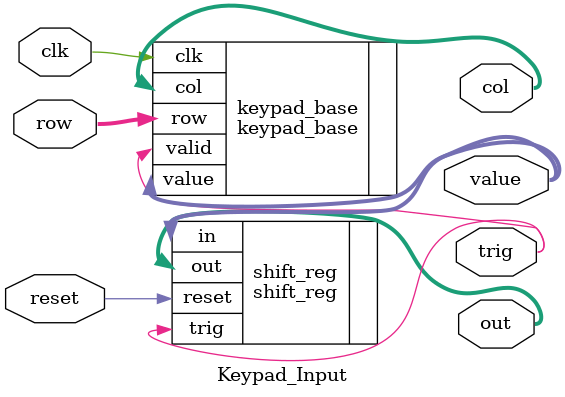
<source format=sv>
module Keypad_Input // Depends: keypad_base(clock_div, keypad_fsm, keypad_decoder), shift_reg
#( parameter DIGITS = 4
)
( input clk,
input reset,
input [3:0] row,
output [3:0] col,
output [(DIGITS*4)-1:0] out,
// Debug
output [3:0] value,
output trig
);
keypad_base keypad_base(
.clk(clk),
.row(row),
.col(col),
.value(value),
.valid(trig)
);
shift_reg #(.COUNT(DIGITS)) shift_reg(
.trig(trig),
.in(value),
.out(out),
.reset(reset)
);
endmodule
</source>
